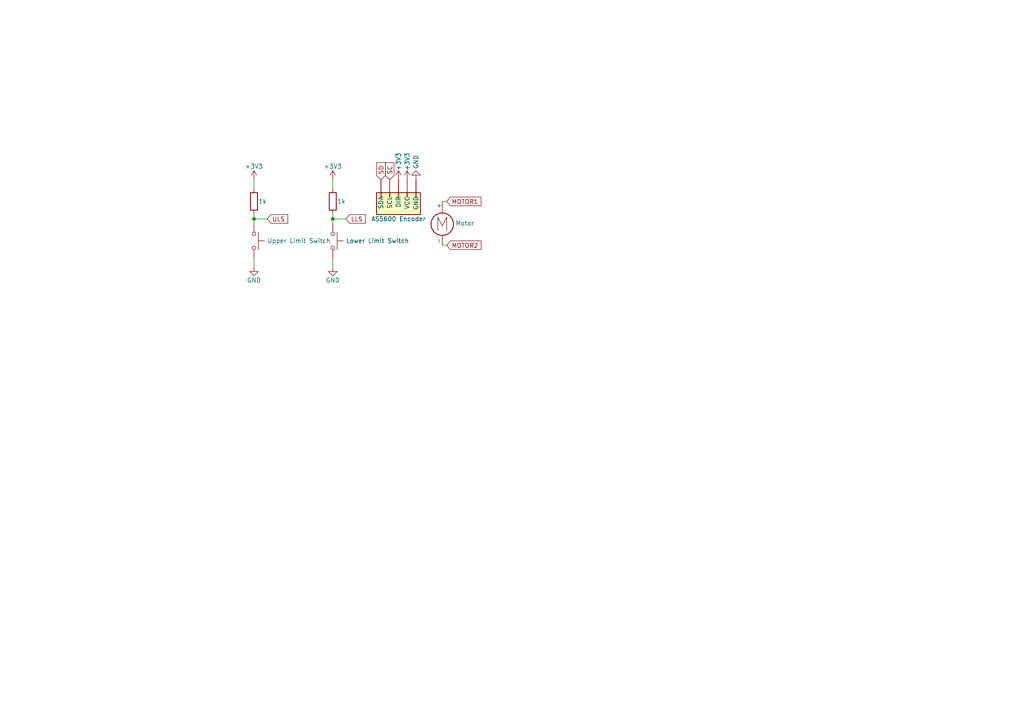
<source format=kicad_sch>
(kicad_sch (version 20230121) (generator eeschema)
  (paper "A4")
  (lib_symbols
    (symbol "Connector_Generic:Conn_01x05" (pin_numbers hide) (pin_names (offset 1.016))
      (property "Value" "AS5600 Encoder" (at 0 -7.62 0))
      (symbol "Conn_01x05_1_1"
        (rectangle (start -1.27 -4.953) (end 0 -5.207) (stroke (width 0.1524)))
        (rectangle (start -1.27 -2.413) (end 0 -2.667) (stroke (width 0.1524)))
        (rectangle (start -1.27 0.127) (end 0 -0.127) (stroke (width 0.1524)))
        (rectangle (start -1.27 2.667) (end 0 2.413) (stroke (width 0.1524)))
        (rectangle (start -1.27 5.207) (end 0 4.953) (stroke (width 0.1524)))
        (rectangle (start -1.27 6.35) (end 5.08 -6.35) (stroke (width 0.254)) (fill (type background)))
        (pin passive line (at -5.08 5.08 0) (length 3.81) (name "GND") (number "1"))
        (pin passive line (at -5.08 2.54 0) (length 3.81) (name "VCC") (number "2"))
        (pin passive line (at -5.08 0 0) (length 3.81) (name "DIR") (number "3"))
        (pin passive line (at -5.08 -2.54 0) (length 3.81) (name "SCL") (number "4"))
        (pin passive line (at -5.08 -5.08 0) (length 3.81) (name "SDA") (number "5"))
      )
    )
    (symbol "Device:R" (pin_numbers hide) (pin_names (offset 0))
      (property "Reference" "R" (at 2.032 0 90))
      (property "Value" "R" (at 0 0 90))
      (symbol "R_0_1"
        (rectangle (start -1.016 -2.54) (end 1.016 2.54) (stroke (width 0.254)))
      )
      (symbol "R_1_1"
        (pin passive line (at 0 3.81 270) (length 1.27) (name "~") (number "1"))
        (pin passive line (at 0 -3.81 90) (length 1.27) (name "~") (number "2"))
      )
    )
    (symbol "Motor:Motor_DC" (pin_numbers hide) (pin_names (offset 0))
      (property "Reference" "M" (at 2.54 2.54 0))
      (property "Value" "Motor_DC" (at 2.54 -5.08 0))
      (symbol "Motor_DC_0_0"
        (polyline (pts (xy -1.27 -3.302) (xy -1.27 0.508) (xy 0 -2.032) (xy 1.27 0.508) (xy 1.27 -3.302)))
      )
      (symbol "Motor_DC_0_1"
        (circle (center 0 -1.524) (radius 3.2512) (stroke (width 0.254)))
        (polyline (pts (xy 0 -7.62) (xy 0 -7.112)))
        (polyline (pts (xy 0 -4.7752) (xy 0 -5.1816)))
        (polyline (pts (xy 0 1.7272) (xy 0 2.0828)))
        (polyline (pts (xy 0 2.032) (xy 0 2.54)))
      )
      (symbol "Motor_DC_1_1"
        (pin passive line (at 0 5.08 270) (length 2.54) (name "+") (number "1"))
        (pin passive line (at 0 -7.62 90) (length 2.54) (name "-") (number "2"))
      )
    )
    (symbol "Switch:SW_Push" (pin_numbers hide) (pin_names (offset 1.016) hide)
      (property "Reference" "SW" (at 1.27 2.54 0))
      (property "Value" "SW_Push" (at 0 -1.524 0))
      (symbol "SW_Push_0_1"
        (circle (center -2.032 0) (radius 0.508))
        (polyline (pts (xy 0 1.27) (xy 0 3.048)))
        (polyline (pts (xy 2.54 1.27) (xy -2.54 1.27)))
        (circle (center 2.032 0) (radius 0.508))
        (pin passive line (at -5.08 0 0) (length 2.54) (name "1") (number "1"))
        (pin passive line (at 5.08 0 180) (length 2.54) (name "2") (number "2"))
      )
    )
    (symbol "power:+3V3" (power) (pin_names (offset 0))
      (property "Value" "+3V3" (at 0 3.556 0))
      (symbol "+3V3_0_1"
        (polyline (pts (xy -0.762 1.27) (xy 0 2.54)))
        (polyline (pts (xy 0 0) (xy 0 2.54)))
        (polyline (pts (xy 0 2.54) (xy 0.762 1.27)))
      )
      (symbol "+3V3_1_1"
        (pin power_in line (at 0 0 90) (length 0) hide (name "+3V3") (number "1"))
      )
    )
    (symbol "power:GND" (power) (pin_names (offset 0))
      (property "Value" "GND" (at 0 -3.81 0))
      (symbol "GND_0_1"
        (polyline (pts (xy 0 0) (xy 0 -1.27) (xy 1.27 -1.27) (xy 0 -2.54) (xy -1.27 -1.27) (xy 0 -1.27)))
      )
      (symbol "GND_1_1"
        (pin power_in line (at 0 0 270) (length 0) hide (name "GND") (number "1"))
      )
    )
  )
  (junction (at 73.66 63.5))
  (junction (at 96.52 63.5))
  (wire (pts (xy 73.66 52.07) (xy 73.66 54.61)))
  (wire (pts (xy 73.66 74.93) (xy 73.66 77.47)))
  (wire (pts (xy 77.47 63.5) (xy 73.66 63.5)))
  (wire (pts (xy 100.33 63.5) (xy 96.52 63.5)))
  (wire (pts (xy 128.27 71.12) (xy 129.54 71.12)))
  (wire (pts (xy 96.52 63.5) (xy 96.52 64.77)))
  (wire (pts (xy 73.66 63.5) (xy 73.66 64.77)))
  (wire (pts (xy 73.66 62.23) (xy 73.66 63.5)))
  (wire (pts (xy 96.52 74.93) (xy 96.52 77.47)))
  (wire (pts (xy 96.52 62.23) (xy 96.52 63.5)))
  (wire (pts (xy 128.27 58.42) (xy 129.54 58.42)))
  (wire (pts (xy 96.52 52.07) (xy 96.52 54.61)))
  (global_label "SD" (shape input) (at 110.49 52.07 90) (property "Intersheetrefs" "${INTERSHEET_REFS}" (effects hide)))
  (global_label "MOTOR2" (shape input) (at 129.54 71.12 0) (property "Intersheetrefs" "${INTERSHEET_REFS}" (effects hide)))
  (global_label "MOTOR1" (shape input) (at 129.54 58.42 0) (property "Intersheetrefs" "${INTERSHEET_REFS}" (effects hide)))
  (global_label "ULS" (shape input) (at 77.47 63.5 0) (property "Intersheetrefs" "${INTERSHEET_REFS}" (effects hide)))
  (global_label "SC" (shape input) (at 113.03 52.07 90) (property "Intersheetrefs" "${INTERSHEET_REFS}" (effects hide)))
  (global_label "LLS" (shape input) (at 100.33 63.5 0) (property "Intersheetrefs" "${INTERSHEET_REFS}" (effects hide)))
  (symbol (lib_id "power:+3V3") (at 115.57 52.07 0) (unit 1)
    (property "Reference" "#PWR06" (effects hide))
    (property "Value" "+3V3" (at 115.57 49.53 90) (effects (justify left)))
  )
  (symbol (lib_id "Device:R") (at 73.66 58.42 0) (unit 1)
    (property "Reference" "R1" (effects hide))
    (property "Value" "1k" (at 74.93 58.42 0) (effects (justify left)))
  )
  (symbol (lib_id "power:+3V3") (at 73.66 52.07 0) (unit 1)
    (property "Reference" "#PWR01" (effects hide))
    (property "Value" "+3V3" (at 73.66 48.26 0))
  )
  (symbol (lib_id "Switch:SW_Push") (at 96.52 69.85 270) (unit 1)
    (property "Reference" "SW2" (effects hide))
    (property "Value" "Lower Limit Switch" (at 100.33 69.85 90) (effects (justify left)))
  )
  (symbol (lib_id "power:+3V3") (at 118.11 52.07 0) (unit 1)
    (property "Reference" "#PWR07" (effects hide))
    (property "Value" "+3V3" (at 118.11 49.53 90) (effects (justify left)))
  )
  (symbol (lib_id "Motor:Motor_DC") (at 128.27 63.5 0) (unit 1)
    (property "Reference" "M1" (effects hide))
    (property "Value" "Motor" (at 132.08 64.77 0) (effects (justify left)))
  )
  (symbol (lib_id "power:GND") (at 120.65 52.07 180) (unit 1)
    (property "Reference" "#PWR05" (effects hide))
    (property "Value" "GND" (at 120.65 46.99 90))
  )
  (symbol (lib_id "power:GND") (at 96.52 77.47 0) (unit 1)
    (property "Reference" "#PWR04" (effects hide))
    (property "Value" "GND" (at 96.52 81.28 0))
  )
  (symbol (lib_id "Connector_Generic:Conn_01x05") (at 115.57 57.15 270) (unit 1)
    (property "Reference" "J1" (effects hide))
    (property "Value" "AS5600 Encoder" (at 115.57 63.5 90))
  )
  (symbol (lib_id "Device:R") (at 96.52 58.42 0) (unit 1)
    (property "Reference" "R2" (effects hide))
    (property "Value" "1k" (at 97.79 58.42 0) (effects (justify left)))
  )
  (symbol (lib_id "power:GND") (at 73.66 77.47 0) (unit 1)
    (property "Reference" "#PWR02" (effects hide))
    (property "Value" "GND" (at 73.66 81.28 0))
  )
  (symbol (lib_id "Switch:SW_Push") (at 73.66 69.85 270) (unit 1)
    (property "Reference" "SW1" (effects hide))
    (property "Value" "Upper Limit Switch" (at 77.47 69.85 90) (effects (justify left)))
  )
  (symbol (lib_id "power:+3V3") (at 96.52 52.07 0) (unit 1)
    (property "Reference" "#PWR03" (effects hide))
    (property "Value" "+3V3" (at 96.52 48.26 0))
  )
)
</source>
